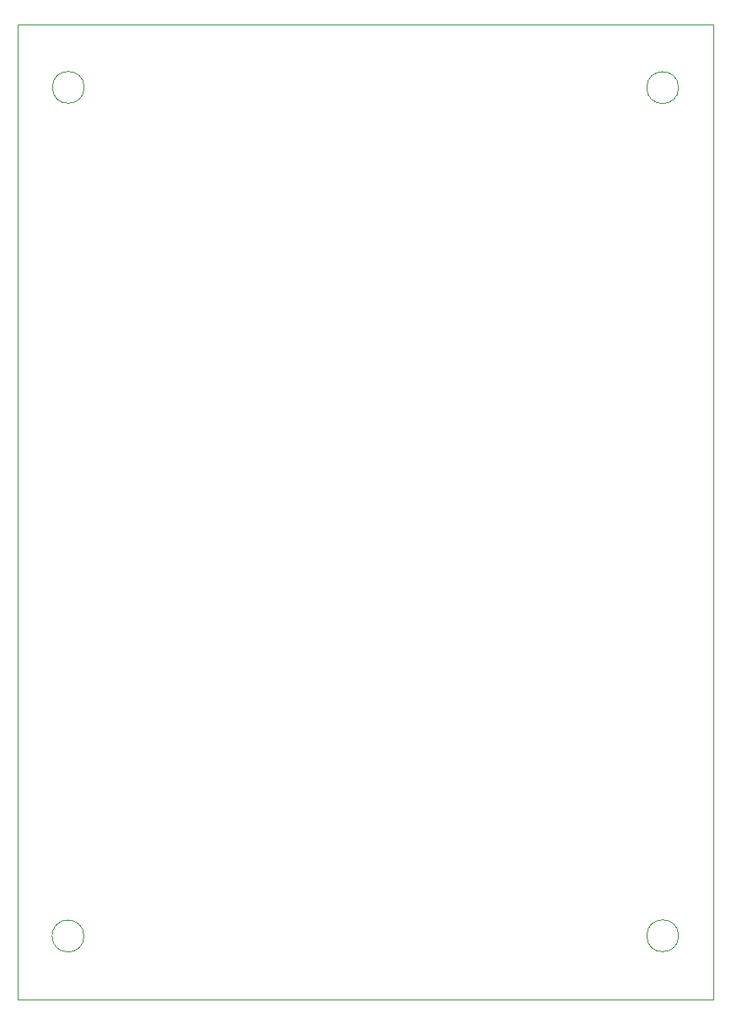
<source format=gm1>
%TF.GenerationSoftware,KiCad,Pcbnew,(5.1.12)-1*%
%TF.CreationDate,2021-11-26T16:38:57-08:00*%
%TF.ProjectId,VCA_2.0,5643415f-322e-4302-9e6b-696361645f70,rev?*%
%TF.SameCoordinates,Original*%
%TF.FileFunction,Profile,NP*%
%FSLAX46Y46*%
G04 Gerber Fmt 4.6, Leading zero omitted, Abs format (unit mm)*
G04 Created by KiCad (PCBNEW (5.1.12)-1) date 2021-11-26 16:38:57*
%MOMM*%
%LPD*%
G01*
G04 APERTURE LIST*
%TA.AperFunction,Profile*%
%ADD10C,0.050000*%
%TD*%
G04 APERTURE END LIST*
D10*
X99364600Y-137159800D02*
G75*
G03*
X99364600Y-137159800I-1600000J0D01*
G01*
X99390000Y-52044600D02*
G75*
G03*
X99390000Y-52044600I-1600000J0D01*
G01*
X159080000Y-137134400D02*
G75*
G03*
X159080000Y-137134400I-1600000J0D01*
G01*
X159080000Y-52070200D02*
G75*
G03*
X159080000Y-52070200I-1600000J0D01*
G01*
X92710000Y-143510000D02*
X162560000Y-143510000D01*
X92710000Y-45720000D02*
X92710000Y-143510000D01*
X162560000Y-45720000D02*
X92710000Y-45720000D01*
X162560000Y-45720000D02*
X162560000Y-143510000D01*
M02*

</source>
